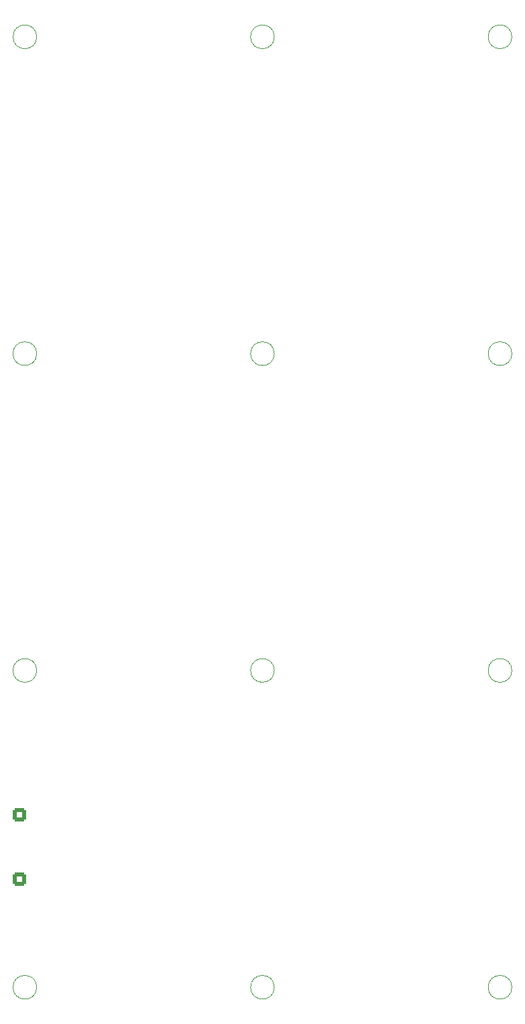
<source format=gbo>
G04 #@! TF.GenerationSoftware,KiCad,Pcbnew,6.0.10-86aedd382b~118~ubuntu20.04.1*
G04 #@! TF.CreationDate,2023-01-07T15:43:11+01:00*
G04 #@! TF.ProjectId,IOB_V3,494f425f-5633-42e6-9b69-6361645f7063,rev?*
G04 #@! TF.SameCoordinates,Original*
G04 #@! TF.FileFunction,Legend,Bot*
G04 #@! TF.FilePolarity,Positive*
%FSLAX46Y46*%
G04 Gerber Fmt 4.6, Leading zero omitted, Abs format (unit mm)*
G04 Created by KiCad (PCBNEW 6.0.10-86aedd382b~118~ubuntu20.04.1) date 2023-01-07 15:43:11*
%MOMM*%
%LPD*%
G01*
G04 APERTURE LIST*
G04 Aperture macros list*
%AMRoundRect*
0 Rectangle with rounded corners*
0 $1 Rounding radius*
0 $2 $3 $4 $5 $6 $7 $8 $9 X,Y pos of 4 corners*
0 Add a 4 corners polygon primitive as box body*
4,1,4,$2,$3,$4,$5,$6,$7,$8,$9,$2,$3,0*
0 Add four circle primitives for the rounded corners*
1,1,$1+$1,$2,$3*
1,1,$1+$1,$4,$5*
1,1,$1+$1,$6,$7*
1,1,$1+$1,$8,$9*
0 Add four rect primitives between the rounded corners*
20,1,$1+$1,$2,$3,$4,$5,0*
20,1,$1+$1,$4,$5,$6,$7,0*
20,1,$1+$1,$6,$7,$8,$9,0*
20,1,$1+$1,$8,$9,$2,$3,0*%
G04 Aperture macros list end*
%ADD10C,0.120000*%
%ADD11C,1.000000*%
%ADD12RoundRect,0.250000X0.600000X0.600000X-0.600000X0.600000X-0.600000X-0.600000X0.600000X-0.600000X0*%
%ADD13C,1.700000*%
%ADD14RoundRect,0.250000X-0.620000X-0.620000X0.620000X-0.620000X0.620000X0.620000X-0.620000X0.620000X0*%
%ADD15C,1.740000*%
%ADD16R,1.700000X1.700000*%
%ADD17O,1.700000X1.700000*%
%ADD18C,2.500000*%
G04 APERTURE END LIST*
D10*
X79732233Y-118232233D02*
G75*
G03*
X79732233Y-118232233I-1500000J0D01*
G01*
X79732233Y-158232233D02*
G75*
G03*
X79732233Y-158232233I-1500000J0D01*
G01*
X139732233Y-158232233D02*
G75*
G03*
X139732233Y-158232233I-1500000J0D01*
G01*
X109732233Y-118232233D02*
G75*
G03*
X109732233Y-118232233I-1500000J0D01*
G01*
X139732233Y-38232233D02*
G75*
G03*
X139732233Y-38232233I-1500000J0D01*
G01*
X109732233Y-158232233D02*
G75*
G03*
X109732233Y-158232233I-1500000J0D01*
G01*
X109732233Y-38232233D02*
G75*
G03*
X109732233Y-38232233I-1500000J0D01*
G01*
X79732233Y-38232233D02*
G75*
G03*
X79732233Y-38232233I-1500000J0D01*
G01*
X79732233Y-78232233D02*
G75*
G03*
X79732233Y-78232233I-1500000J0D01*
G01*
X139732233Y-78232233D02*
G75*
G03*
X139732233Y-78232233I-1500000J0D01*
G01*
X109732233Y-78232233D02*
G75*
G03*
X109732233Y-78232233I-1500000J0D01*
G01*
X139732233Y-118232233D02*
G75*
G03*
X139732233Y-118232233I-1500000J0D01*
G01*
%LPC*%
D11*
X99725000Y-108550000D03*
X98200000Y-86700000D03*
X99075000Y-106550000D03*
D12*
X145112500Y-64460000D03*
D13*
X142572500Y-64460000D03*
X145112500Y-61920000D03*
X142572500Y-61920000D03*
X145112500Y-59380000D03*
X142572500Y-59380000D03*
X145112500Y-56840000D03*
X142572500Y-56840000D03*
X145112500Y-54300000D03*
X142572500Y-54300000D03*
D11*
X126700000Y-162950000D03*
D14*
X77590000Y-136450000D03*
D15*
X80130000Y-136450000D03*
X82670000Y-136450000D03*
X85210000Y-136450000D03*
D16*
X136725000Y-62450000D03*
D17*
X134185000Y-62450000D03*
X131645000Y-62450000D03*
X129105000Y-62450000D03*
X126565000Y-62450000D03*
X124025000Y-62450000D03*
X121485000Y-62450000D03*
X118945000Y-62450000D03*
D14*
X77590000Y-144550000D03*
D15*
X80130000Y-144550000D03*
X82670000Y-144550000D03*
X85210000Y-144550000D03*
D16*
X75525000Y-59925000D03*
D17*
X75525000Y-62465000D03*
X75525000Y-65005000D03*
D11*
X122675000Y-162900000D03*
X115000000Y-69250000D03*
D13*
X100295000Y-69300000D03*
X97755000Y-69300000D03*
X107680000Y-69300000D03*
X110220000Y-69300000D03*
D12*
X145152500Y-104310000D03*
D13*
X142612500Y-104310000D03*
X145152500Y-101770000D03*
X142612500Y-101770000D03*
X145152500Y-99230000D03*
X142612500Y-99230000D03*
X145152500Y-96690000D03*
X142612500Y-96690000D03*
X145152500Y-94150000D03*
X142612500Y-94150000D03*
D18*
X78232233Y-118232233D03*
X81767767Y-118232233D03*
X81767767Y-121767767D03*
X78232233Y-121767767D03*
X78232233Y-158232233D03*
X81767767Y-158232233D03*
X81767767Y-161767767D03*
X78232233Y-161767767D03*
X138232233Y-158232233D03*
X141767767Y-158232233D03*
X141767767Y-161767767D03*
X138232233Y-161767767D03*
X108232233Y-118232233D03*
X111767767Y-118232233D03*
X111767767Y-121767767D03*
X108232233Y-121767767D03*
X138232233Y-38232233D03*
X141767767Y-38232233D03*
X141767767Y-41767767D03*
X138232233Y-41767767D03*
X108232233Y-158232233D03*
X111767767Y-158232233D03*
X111767767Y-161767767D03*
X108232233Y-161767767D03*
X108232233Y-38232233D03*
X111767767Y-38232233D03*
X111767767Y-41767767D03*
X108232233Y-41767767D03*
X78232233Y-38232233D03*
X81767767Y-38232233D03*
X81767767Y-41767767D03*
X78232233Y-41767767D03*
X78232233Y-78232233D03*
X81767767Y-78232233D03*
X81767767Y-81767767D03*
X78232233Y-81767767D03*
X138232233Y-78232233D03*
X141767767Y-78232233D03*
X141767767Y-81767767D03*
X138232233Y-81767767D03*
X108232233Y-78232233D03*
X111767767Y-78232233D03*
X111767767Y-81767767D03*
X108232233Y-81767767D03*
X138232233Y-118232233D03*
X141767767Y-118232233D03*
X141767767Y-121767767D03*
X138232233Y-121767767D03*
M02*

</source>
